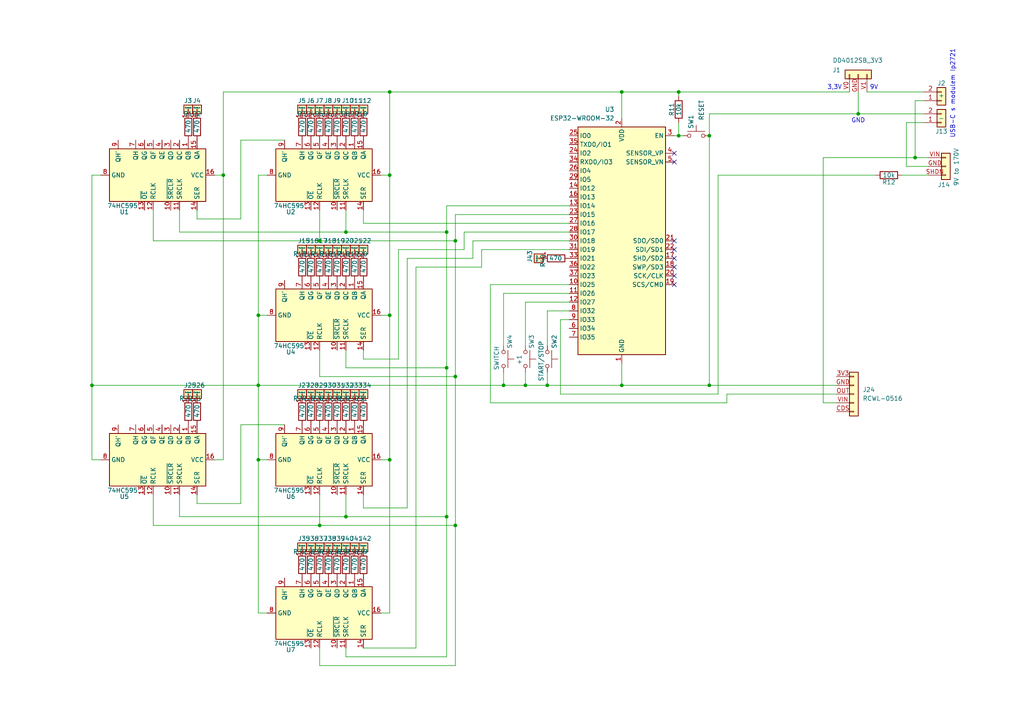
<source format=kicad_sch>
(kicad_sch (version 20250114) (generator "eeschema") (generator_version "9.0")
  (paper "A4")
  (lib_symbols
    (symbol "74xx:74HC595"
      (property "Reference" "U" (at -7.62 13.97 0))
      (property "Value" "74HC595" (at -7.62 -16.51 0))
      (symbol "74HC595_1_0"
        (pin input line (at -10.16 10.16 0) (length 2.54) (name "SER") (number "14"))
        (pin input line (at -10.16 5.08 0) (length 2.54) (name "SRCLK") (number "11"))
        (pin input line (at -10.16 2.54 0) (length 2.54) (name "~{SRCLR}") (number "10"))
        (pin input line (at -10.16 -2.54 0) (length 2.54) (name "RCLK") (number "12"))
        (pin input line (at -10.16 -5.08 0) (length 2.54) (name "~{OE}") (number "13"))
        (pin power_in line (at 0 15.24 270) (length 2.54) (name "VCC") (number "16"))
        (pin power_in line (at 0 -17.78 90) (length 2.54) (name "GND") (number "8"))
        (pin tri_state line (at 10.16 10.16 180) (length 2.54) (name "QA") (number "15"))
        (pin tri_state line (at 10.16 7.62 180) (length 2.54) (name "QB") (number "1"))
        (pin tri_state line (at 10.16 5.08 180) (length 2.54) (name "QC") (number "2"))
        (pin tri_state line (at 10.16 2.54 180) (length 2.54) (name "QD") (number "3"))
        (pin tri_state line (at 10.16 0 180) (length 2.54) (name "QE") (number "4"))
        (pin tri_state line (at 10.16 -2.54 180) (length 2.54) (name "QF") (number "5"))
        (pin tri_state line (at 10.16 -5.08 180) (length 2.54) (name "QG") (number "6"))
        (pin tri_state line (at 10.16 -7.62 180) (length 2.54) (name "QH") (number "7"))
        (pin output line (at 10.16 -12.7 180) (length 2.54) (name "QH'") (number "9"))
      )
      (symbol "74HC595_1_1"
        (rectangle (start -7.62 12.7) (end 7.62 -15.24) (stroke (width 0.254)) (fill (type background)))
      )
    )
    (symbol "Conn_01x01_1" (pin_names (offset 1.016) (hide yes))
      (property "Reference" "J6" (at 2.54 1.27 90))
      (property "Value" "Output" (at 0.508 1.016 90))
      (symbol "Conn_01x01_1_1_1"
        (rectangle (start -1.27 1.27) (end 1.27 -1.27) (stroke (width 0.254)) (fill (type background)))
        (rectangle (start -1.27 0.127) (end 0 -0.127) (stroke (width 0.1524)))
        (pin passive line (at -2.54 0 0) (length 1.27) (name "Pin_1") (number "1"))
      )
    )
    (symbol "Conn_01x03_1" (pin_names (offset 1.016) (hide yes))
      (property "Reference" "J42" (at 1.2701 -5.08 90))
      (property "Value" "DD4012SB_3V3" (at 4.064 7.112 90))
      (symbol "Conn_01x03_1_1_1"
        (rectangle (start -1.27 3.81) (end 1.27 -3.81) (stroke (width 0.254)) (fill (type background)))
        (rectangle (start -1.27 2.667) (end 0 2.413) (stroke (width 0.1524)))
        (rectangle (start -1.27 0.127) (end 0 -0.127) (stroke (width 0.1524)))
        (rectangle (start -1.27 -2.413) (end 0 -2.667) (stroke (width 0.1524)))
        (pin passive line (at -5.08 2.54 0) (length 3.81) (name "Pin_1") (number "VIN"))
        (pin passive line (at -5.08 0 0) (length 3.81) (name "Pin_2") (number "GND"))
        (pin passive line (at -5.08 -2.54 0) (length 3.81) (name "Pin_3") (number "SHDN"))
      )
    )
    (symbol "Connector_Generic:Conn_01x02" (pin_names (offset 1.016) (hide yes))
      (property "Reference" "J" (at 0 2.54 0))
      (property "Value" "Conn_01x02" (at 0 -5.08 0))
      (symbol "Conn_01x02_1_1"
        (rectangle (start -1.27 1.27) (end 1.27 -3.81) (stroke (width 0.254)) (fill (type background)))
        (rectangle (start -1.27 0.127) (end 0 -0.127) (stroke (width 0.1524)))
        (rectangle (start -1.27 -2.413) (end 0 -2.667) (stroke (width 0.1524)))
        (pin passive line (at -5.08 0 0) (length 3.81) (name "Pin_1") (number "1"))
        (pin passive line (at -5.08 -2.54 0) (length 3.81) (name "Pin_2") (number "2"))
      )
    )
    (symbol "Connector_Generic:Conn_01x03" (pin_names (offset 1.016) (hide yes))
      (property "Reference" "J2" (at 1.2701 -5.08 90))
      (property "Value" "DD4012SB_3V3" (at 4.064 7.112 90))
      (symbol "Conn_01x03_1_1"
        (rectangle (start -1.27 3.81) (end 1.27 -3.81) (stroke (width 0.254)) (fill (type background)))
        (rectangle (start -1.27 2.667) (end 0 2.413) (stroke (width 0.1524)))
        (rectangle (start -1.27 0.127) (end 0 -0.127) (stroke (width 0.1524)))
        (rectangle (start -1.27 -2.413) (end 0 -2.667) (stroke (width 0.1524)))
        (pin passive line (at -5.08 2.54 0) (length 3.81) (name "Pin_1") (number "V1"))
        (pin passive line (at -5.08 0 0) (length 3.81) (name "Pin_2") (number "GND"))
        (pin passive line (at -5.08 -2.54 0) (length 3.81) (name "Pin_3") (number "V0"))
      )
    )
    (symbol "Connector_Generic:Conn_01x05" (pin_names (offset 1.016) (hide yes))
      (property "Reference" "J24" (at 2.54 1.2701 0))
      (property "Value" "RCWL-0516" (at 2.54 -1.2699 0))
      (symbol "Conn_01x05_1_1"
        (rectangle (start -1.27 6.35) (end 1.27 -6.35) (stroke (width 0.254)) (fill (type background)))
        (rectangle (start -1.27 5.207) (end 0 4.953) (stroke (width 0.1524)))
        (rectangle (start -1.27 2.667) (end 0 2.413) (stroke (width 0.1524)))
        (rectangle (start -1.27 0.127) (end 0 -0.127) (stroke (width 0.1524)))
        (rectangle (start -1.27 -2.413) (end 0 -2.667) (stroke (width 0.1524)))
        (rectangle (start -1.27 -4.953) (end 0 -5.207) (stroke (width 0.1524)))
        (pin passive line (at -5.08 5.08 0) (length 3.81) (name "Pin_1") (number "3V3"))
        (pin passive line (at -5.08 2.54 0) (length 3.81) (name "Pin_2") (number "GND"))
        (pin passive line (at -5.08 0 0) (length 3.81) (name "Pin_3") (number "OUT"))
        (pin passive line (at -5.08 -2.54 0) (length 3.81) (name "Pin_4") (number "VIN"))
        (pin passive line (at -5.08 -5.08 0) (length 3.81) (name "Pin_5") (number "CDS"))
      )
    )
    (symbol "Device:R" (pin_numbers (hide yes)) (pin_names (offset 0))
      (property "Reference" "R" (at 2.032 0 90))
      (property "Value" "R" (at 0 0 90))
      (symbol "R_0_1"
        (rectangle (start -1.016 -2.54) (end 1.016 2.54) (stroke (width 0.254)))
      )
      (symbol "R_1_1"
        (pin passive line (at 0 3.81 270) (length 1.27) (name "~") (number "1"))
        (pin passive line (at 0 -3.81 90) (length 1.27) (name "~") (number "2"))
      )
    )
    (symbol "RF_Module:ESP32-WROOM-32"
      (property "Reference" "U" (at -12.7 34.29 0))
      (property "Value" "ESP32-WROOM-32" (at 1.27 34.29 0))
      (symbol "ESP32-WROOM-32_0_1"
        (rectangle (start -12.7 33.02) (end 12.7 -33.02) (stroke (width 0.254)) (fill (type background)))
      )
      (symbol "ESP32-WROOM-32_1_1"
        (pin input line (at -15.24 30.48 0) (length 2.54) (name "EN") (number "3"))
        (pin input line (at -15.24 25.4 0) (length 2.54) (name "SENSOR_VP") (number "4"))
        (pin input line (at -15.24 22.86 0) (length 2.54) (name "SENSOR_VN") (number "5"))
        (pin bidirectional line (at -15.24 0 0) (length 2.54) (name "SDO/SD0") (number "21"))
        (pin bidirectional line (at -15.24 -2.54 0) (length 2.54) (name "SDI/SD1") (number "22"))
        (pin bidirectional line (at -15.24 -5.08 0) (length 2.54) (name "SHD/SD2") (number "17"))
        (pin bidirectional line (at -15.24 -7.62 0) (length 2.54) (name "SWP/SD3") (number "18"))
        (pin bidirectional line (at -15.24 -10.16 0) (length 2.54) (name "SCK/CLK") (number "20"))
        (pin bidirectional line (at -15.24 -12.7 0) (length 2.54) (name "SCS/CMD") (number "19"))
        (pin no_connect line (at -12.7 -27.94 0) (length 2.54) (hide yes) (name "NC") (number "32"))
        (pin power_in line (at 0 35.56 270) (length 2.54) (name "VDD") (number "2"))
        (pin power_in line (at 0 -35.56 90) (length 2.54) (name "GND") (number "1"))
        (pin passive line (at 0 -35.56 90) (length 2.54) (hide yes) (name "GND") (number "15"))
        (pin passive line (at 0 -35.56 90) (length 2.54) (hide yes) (name "GND") (number "38"))
        (pin passive line (at 0 -35.56 90) (length 2.54) (hide yes) (name "GND") (number "39"))
        (pin bidirectional line (at 15.24 30.48 180) (length 2.54) (name "IO0") (number "25"))
        (pin bidirectional line (at 15.24 27.94 180) (length 2.54) (name "TXD0/IO1") (number "35"))
        (pin bidirectional line (at 15.24 25.4 180) (length 2.54) (name "IO2") (number "24"))
        (pin bidirectional line (at 15.24 22.86 180) (length 2.54) (name "RXD0/IO3") (number "34"))
        (pin bidirectional line (at 15.24 20.32 180) (length 2.54) (name "IO4") (number "26"))
        (pin bidirectional line (at 15.24 17.78 180) (length 2.54) (name "IO5") (number "29"))
        (pin bidirectional line (at 15.24 15.24 180) (length 2.54) (name "IO12") (number "14"))
        (pin bidirectional line (at 15.24 12.7 180) (length 2.54) (name "IO13") (number "16"))
        (pin bidirectional line (at 15.24 10.16 180) (length 2.54) (name "IO14") (number "13"))
        (pin bidirectional line (at 15.24 7.62 180) (length 2.54) (name "IO15") (number "23"))
        (pin bidirectional line (at 15.24 5.08 180) (length 2.54) (name "IO16") (number "27"))
        (pin bidirectional line (at 15.24 2.54 180) (length 2.54) (name "IO17") (number "28"))
        (pin bidirectional line (at 15.24 0 180) (length 2.54) (name "IO18") (number "30"))
        (pin bidirectional line (at 15.24 -2.54 180) (length 2.54) (name "IO19") (number "31"))
        (pin bidirectional line (at 15.24 -5.08 180) (length 2.54) (name "IO21") (number "33"))
        (pin bidirectional line (at 15.24 -7.62 180) (length 2.54) (name "IO22") (number "36"))
        (pin bidirectional line (at 15.24 -10.16 180) (length 2.54) (name "IO23") (number "37"))
        (pin bidirectional line (at 15.24 -12.7 180) (length 2.54) (name "IO25") (number "10"))
        (pin bidirectional line (at 15.24 -15.24 180) (length 2.54) (name "IO26") (number "11"))
        (pin bidirectional line (at 15.24 -17.78 180) (length 2.54) (name "IO27") (number "12"))
        (pin bidirectional line (at 15.24 -20.32 180) (length 2.54) (name "IO32") (number "8"))
        (pin bidirectional line (at 15.24 -22.86 180) (length 2.54) (name "IO33") (number "9"))
        (pin input line (at 15.24 -25.4 180) (length 2.54) (name "IO34") (number "6"))
        (pin input line (at 15.24 -27.94 180) (length 2.54) (name "IO35") (number "7"))
      )
    )
    (symbol "R_1" (pin_numbers (hide yes)) (pin_names (offset 0))
      (property "Reference" "R15" (at -1.27 3.81 0))
      (property "Value" "470" (at 0 -1.778 90))
      (symbol "R_1_0_1"
        (rectangle (start -1.016 -2.54) (end 1.016 2.54) (stroke (width 0.254)))
      )
      (symbol "R_1_1_1"
        (pin passive line (at 0 2.54 270) (length 0) (name "~") (number "1"))
        (pin passive line (at 0 -3.81 90) (length 1.27) (name "~") (number "2"))
      )
    )
    (symbol "Switch:SW_Push" (pin_numbers (hide yes)) (pin_names (offset 1.016) (hide yes))
      (property "Reference" "SW1" (at 1.524 6.096 90))
      (property "Value" "SW_Push" (at -1.524 10.414 90))
      (symbol "SW_Push_0_1"
        (circle (center -2.032 0) (radius 0.508))
        (polyline (pts (xy 0 1.27) (xy 0 3.048)))
        (circle (center 2.032 0) (radius 0.508))
        (polyline (pts (xy 2.54 1.27) (xy -2.54 1.27)))
      )
      (symbol "SW_Push_1_1"
        (pin passive line (at -3.81 0 0) (length 1.27) (name "1") (number "1"))
        (pin passive line (at 3.81 0 180) (length 1.27) (name "2") (number "2"))
      )
    )
  )
  (text "9V" (at 253.492 25.4 0) (effects (font (size 1.27 1.27))))
  (text "3,3V" (at 242.062 25.4 0) (effects (font (size 1.27 1.27))))
  (text "GND" (at 248.92 35.052 0) (effects (font (size 1.27 1.27))))
  (text "USB-C s modulem Ip2721" (at 276.352 27.178 90) (effects (font (size 1.27 1.27))))
  (junction (at 265.43 45.72))
  (junction (at 196.85 26.67))
  (junction (at 74.93 111.76))
  (junction (at 92.71 69.85))
  (junction (at 100.33 67.31))
  (junction (at 180.34 111.76))
  (junction (at 180.34 26.67))
  (junction (at 113.03 133.35))
  (junction (at 132.08 109.22))
  (junction (at 248.92 33.02))
  (junction (at 74.93 91.44))
  (junction (at 158.75 111.76))
  (junction (at 152.4 111.76))
  (junction (at 132.08 152.4))
  (junction (at 205.74 39.37))
  (junction (at 205.74 111.76))
  (junction (at 129.54 106.68))
  (junction (at 129.54 67.31))
  (junction (at 113.03 26.67))
  (junction (at 113.03 91.44))
  (junction (at 64.77 50.8))
  (junction (at 100.33 149.86))
  (junction (at 146.05 111.76))
  (junction (at 196.85 39.37))
  (junction (at 129.54 149.86))
  (junction (at 26.67 111.76))
  (junction (at 132.08 69.85))
  (junction (at 74.93 133.35))
  (junction (at 92.71 152.4))
  (junction (at 113.03 50.8))
  (no_connect (at 195.58 72.39))
  (no_connect (at 195.58 74.93))
  (no_connect (at -800.1 -491.49))
  (no_connect (at 195.58 77.47))
  (no_connect (at 195.58 69.85))
  (no_connect (at -1386.84 -1120.14))
  (no_connect (at 195.58 44.45))
  (no_connect (at 195.58 46.99))
  (no_connect (at 195.58 82.55))
  (no_connect (at 195.58 80.01))
  (wire (pts (xy 208.28 50.8) (xy 208.28 114.3)))
  (wire (pts (xy 69.85 40.64) (xy 69.85 63.5)))
  (wire (pts (xy 152.4 111.76) (xy 158.75 111.76)))
  (wire (pts (xy 246.38 26.67) (xy 196.85 26.67)))
  (wire (pts (xy 115.57 104.14) (xy 105.41 104.14)))
  (wire (pts (xy 162.56 92.71) (xy 162.56 114.3)))
  (wire (pts (xy 165.1 64.77) (xy 105.41 64.77)))
  (wire (pts (xy 205.74 33.02) (xy 205.74 39.37)))
  (wire (pts (xy 165.1 90.17) (xy 158.75 90.17)))
  (wire (pts (xy 208.28 114.3) (xy 162.56 114.3)))
  (wire (pts (xy 113.03 26.67) (xy 180.34 26.67)))
  (wire (pts (xy 77.47 177.8) (xy 74.93 177.8)))
  (wire (pts (xy 74.93 133.35) (xy 74.93 177.8)))
  (wire (pts (xy 120.65 77.47) (xy 139.7 77.47)))
  (wire (pts (xy 142.24 82.55) (xy 142.24 116.84)))
  (wire (pts (xy 129.54 190.5) (xy 129.54 149.86)))
  (wire (pts (xy 152.4 107.95) (xy 152.4 111.76)))
  (wire (pts (xy 134.62 67.31) (xy 134.62 72.39)))
  (wire (pts (xy 64.77 26.67) (xy 64.77 50.8)))
  (wire (pts (xy 210.82 114.3) (xy 242.57 114.3)))
  (wire (pts (xy 129.54 67.31) (xy 129.54 106.68)))
  (wire (pts (xy 129.54 106.68) (xy 100.33 106.68)))
  (wire (pts (xy 165.1 59.69) (xy 129.54 59.69)))
  (wire (pts (xy 242.57 116.84) (xy 238.76 116.84)))
  (wire (pts (xy 26.67 111.76) (xy 74.93 111.76)))
  (wire (pts (xy 248.92 33.02) (xy 205.74 33.02)))
  (wire (pts (xy 110.49 133.35) (xy 113.03 133.35)))
  (wire (pts (xy 82.55 40.64) (xy 69.85 40.64)))
  (wire (pts (xy 110.49 177.8) (xy 113.03 177.8)))
  (wire (pts (xy 100.33 190.5) (xy 129.54 190.5)))
  (wire (pts (xy 152.4 100.33) (xy 152.4 87.63)))
  (wire (pts (xy 113.03 26.67) (xy 113.03 50.8)))
  (wire (pts (xy 195.58 39.37) (xy 196.85 39.37)))
  (wire (pts (xy 238.76 116.84) (xy 238.76 45.72)))
  (wire (pts (xy 64.77 50.8) (xy 62.23 50.8)))
  (wire (pts (xy 146.05 85.09) (xy 146.05 100.33)))
  (wire (pts (xy 129.54 67.31) (xy 100.33 67.31)))
  (wire (pts (xy 57.15 63.5) (xy 57.15 60.96)))
  (wire (pts (xy 74.93 111.76) (xy 74.93 133.35)))
  (wire (pts (xy 105.41 101.6) (xy 105.41 104.14)))
  (wire (pts (xy 142.24 116.84) (xy 210.82 116.84)))
  (wire (pts (xy 129.54 149.86) (xy 100.33 149.86)))
  (wire (pts (xy 158.75 90.17) (xy 158.75 100.33)))
  (wire (pts (xy 115.57 72.39) (xy 115.57 104.14)))
  (wire (pts (xy 180.34 26.67) (xy 180.34 34.29)))
  (wire (pts (xy 146.05 111.76) (xy 152.4 111.76)))
  (wire (pts (xy 113.03 50.8) (xy 113.03 91.44)))
  (wire (pts (xy 64.77 50.8) (xy 64.77 133.35)))
  (wire (pts (xy 165.1 67.31) (xy 134.62 67.31)))
  (wire (pts (xy 57.15 146.05) (xy 69.85 146.05)))
  (wire (pts (xy 180.34 111.76) (xy 180.34 105.41)))
  (wire (pts (xy 120.65 187.96) (xy 120.65 77.47)))
  (wire (pts (xy 92.71 69.85) (xy 44.45 69.85)))
  (wire (pts (xy 100.33 143.51) (xy 100.33 149.86)))
  (wire (pts (xy 129.54 59.69) (xy 129.54 67.31)))
  (wire (pts (xy 165.1 85.09) (xy 146.05 85.09)))
  (wire (pts (xy 29.21 133.35) (xy 26.67 133.35)))
  (wire (pts (xy 92.71 187.96) (xy 92.71 193.04)))
  (wire (pts (xy 210.82 116.84) (xy 210.82 114.3)))
  (wire (pts (xy 118.11 74.93) (xy 137.16 74.93)))
  (wire (pts (xy 74.93 111.76) (xy 146.05 111.76)))
  (wire (pts (xy 52.07 149.86) (xy 100.33 149.86)))
  (wire (pts (xy 69.85 63.5) (xy 57.15 63.5)))
  (wire (pts (xy 44.45 69.85) (xy 44.45 60.96)))
  (wire (pts (xy 69.85 123.19) (xy 69.85 146.05)))
  (wire (pts (xy 100.33 67.31) (xy 52.07 67.31)))
  (wire (pts (xy 92.71 60.96) (xy 92.71 69.85)))
  (wire (pts (xy 248.92 26.67) (xy 248.92 33.02)))
  (wire (pts (xy 251.46 26.67) (xy 267.97 26.67)))
  (wire (pts (xy 74.93 91.44) (xy 77.47 91.44)))
  (wire (pts (xy 105.41 187.96) (xy 120.65 187.96)))
  (wire (pts (xy 113.03 91.44) (xy 113.03 133.35)))
  (wire (pts (xy 74.93 50.8) (xy 74.93 91.44)))
  (wire (pts (xy 132.08 69.85) (xy 132.08 109.22)))
  (wire (pts (xy 118.11 147.32) (xy 118.11 74.93)))
  (wire (pts (xy 142.24 82.55) (xy 165.1 82.55)))
  (wire (pts (xy 74.93 91.44) (xy 74.93 111.76)))
  (wire (pts (xy 248.92 33.02) (xy 267.97 33.02)))
  (wire (pts (xy 82.55 123.19) (xy 69.85 123.19)))
  (wire (pts (xy 113.03 26.67) (xy 64.77 26.67)))
  (wire (pts (xy 132.08 109.22) (xy 92.71 109.22)))
  (wire (pts (xy 196.85 26.67) (xy 196.85 27.94)))
  (wire (pts (xy 196.85 39.37) (xy 198.12 39.37)))
  (wire (pts (xy 242.57 111.76) (xy 205.74 111.76)))
  (wire (pts (xy 139.7 72.39) (xy 139.7 77.47)))
  (wire (pts (xy 44.45 152.4) (xy 92.71 152.4)))
  (wire (pts (xy 105.41 60.96) (xy 105.41 64.77)))
  (wire (pts (xy 269.24 48.26) (xy 262.89 48.26)))
  (wire (pts (xy 64.77 133.35) (xy 62.23 133.35)))
  (wire (pts (xy 269.24 50.8) (xy 261.62 50.8)))
  (wire (pts (xy 165.1 62.23) (xy 132.08 62.23)))
  (wire (pts (xy 132.08 62.23) (xy 132.08 69.85)))
  (wire (pts (xy 100.33 187.96) (xy 100.33 190.5)))
  (wire (pts (xy 165.1 92.71) (xy 162.56 92.71)))
  (wire (pts (xy 137.16 69.85) (xy 137.16 74.93)))
  (wire (pts (xy 26.67 133.35) (xy 26.67 111.76)))
  (wire (pts (xy 26.67 50.8) (xy 29.21 50.8)))
  (wire (pts (xy 134.62 72.39) (xy 115.57 72.39)))
  (wire (pts (xy 92.71 152.4) (xy 132.08 152.4)))
  (wire (pts (xy 100.33 60.96) (xy 100.33 67.31)))
  (wire (pts (xy 262.89 35.56) (xy 262.89 48.26)))
  (wire (pts (xy 52.07 149.86) (xy 52.07 143.51)))
  (wire (pts (xy 92.71 143.51) (xy 92.71 152.4)))
  (wire (pts (xy 74.93 133.35) (xy 77.47 133.35)))
  (wire (pts (xy 44.45 152.4) (xy 44.45 143.51)))
  (wire (pts (xy 129.54 106.68) (xy 129.54 149.86)))
  (wire (pts (xy 265.43 29.21) (xy 265.43 45.72)))
  (wire (pts (xy 158.75 107.95) (xy 158.75 111.76)))
  (wire (pts (xy 113.03 133.35) (xy 113.03 177.8)))
  (wire (pts (xy 26.67 50.8) (xy 26.67 111.76)))
  (wire (pts (xy 105.41 143.51) (xy 105.41 147.32)))
  (wire (pts (xy 165.1 69.85) (xy 137.16 69.85)))
  (wire (pts (xy 196.85 35.56) (xy 196.85 39.37)))
  (wire (pts (xy 152.4 87.63) (xy 165.1 87.63)))
  (wire (pts (xy 146.05 107.95) (xy 146.05 111.76)))
  (wire (pts (xy 205.74 39.37) (xy 205.74 111.76)))
  (wire (pts (xy 74.93 50.8) (xy 77.47 50.8)))
  (wire (pts (xy 52.07 67.31) (xy 52.07 60.96)))
  (wire (pts (xy 57.15 146.05) (xy 57.15 143.51)))
  (wire (pts (xy 132.08 193.04) (xy 132.08 152.4)))
  (wire (pts (xy 267.97 35.56) (xy 262.89 35.56)))
  (wire (pts (xy 180.34 26.67) (xy 196.85 26.67)))
  (wire (pts (xy 110.49 50.8) (xy 113.03 50.8)))
  (wire (pts (xy 132.08 69.85) (xy 92.71 69.85)))
  (wire (pts (xy 105.41 147.32) (xy 118.11 147.32)))
  (wire (pts (xy 92.71 101.6) (xy 92.71 109.22)))
  (wire (pts (xy 132.08 152.4) (xy 132.08 109.22)))
  (wire (pts (xy 165.1 72.39) (xy 139.7 72.39)))
  (wire (pts (xy 100.33 101.6) (xy 100.33 106.68)))
  (wire (pts (xy 265.43 29.21) (xy 267.97 29.21)))
  (wire (pts (xy 113.03 91.44) (xy 110.49 91.44)))
  (wire (pts (xy 254 50.8) (xy 208.28 50.8)))
  (wire (pts (xy 158.75 111.76) (xy 180.34 111.76)))
  (wire (pts (xy 180.34 111.76) (xy 205.74 111.76)))
  (wire (pts (xy 238.76 45.72) (xy 265.43 45.72)))
  (wire (pts (xy 265.43 45.72) (xy 269.24 45.72)))
  (wire (pts (xy 92.71 193.04) (xy 132.08 193.04)))
  (symbol (lib_name "Conn_01x01_1") (lib_id "Connector_Generic:Conn_01x01") (at 97.79 158.75 90) (unit 1)
    (property "Reference" "J39" (at 96.52 156.21 90) (effects (justify right)))
    (property "Value" "Output" (at 96.774 158.242 90) (effects (font (size 0.381 0.381)) (justify right)))
    (property "Description" "Generic connector, single row, 01x01, script generated (kicad-library-utils/schlib/autogen/connector/)" (effects (hide yes)))
  )
  (symbol (lib_name "R_1") (lib_id "Device:R") (at 57.15 119.38 0) (mirror y) (unit 1)
    (property "Reference" "R23" (at 58.42 115.57 0) (effects (justify left)))
    (property "Value" "470" (at 57.15 121.158 90) (effects (justify left)))
    (property "Description" "Resistor" (effects (hide yes)))
  )
  (symbol (lib_name "R_1") (lib_id "Device:R") (at 97.79 36.83 0) (mirror y) (unit 1)
    (property "Reference" "R7" (at 99.06 33.02 0) (effects (justify left)))
    (property "Value" "470" (at 97.79 38.608 90) (effects (justify left)))
    (property "Description" "Resistor" (effects (hide yes)))
  )
  (symbol (lib_name "Conn_01x01_1") (lib_id "Connector_Generic:Conn_01x01") (at 100.33 158.75 90) (unit 1)
    (property "Reference" "J40" (at 99.06 156.21 90) (effects (justify right)))
    (property "Value" "Output" (at 99.314 158.242 90) (effects (font (size 0.381 0.381)) (justify right)))
    (property "Description" "Generic connector, single row, 01x01, script generated (kicad-library-utils/schlib/autogen/connector/)" (effects (hide yes)))
  )
  (symbol (lib_id "74xx:74HC595") (at 95.25 133.35 270) (mirror x) (unit 1)
    (property "Reference" "U6" (at 84.328 144.018 90))
    (property "Value" "74HC595" (at 83.82 142.24 90))
    (property "Datasheet" "http://www.ti.com/lit/ds/symlink/sn74hc595.pdf" (effects (hide yes)))
    (property "Description" "8-bit serial in/out Shift Register 3-State Outputs" (effects (hide yes)))
  )
  (symbol (lib_name "Conn_01x01_1") (lib_id "Connector_Generic:Conn_01x01") (at 95.25 31.75 90) (unit 1)
    (property "Reference" "J8" (at 93.98 29.21 90) (effects (justify right)))
    (property "Value" "Output" (at 94.234 31.242 90) (effects (font (size 0.381 0.381)) (justify right)))
    (property "Description" "Generic connector, single row, 01x01, script generated (kicad-library-utils/schlib/autogen/connector/)" (effects (hide yes)))
  )
  (symbol (lib_name "Conn_01x01_1") (lib_id "Connector_Generic:Conn_01x01") (at 102.87 31.75 90) (unit 1)
    (property "Reference" "J11" (at 101.6 29.21 90) (effects (justify right)))
    (property "Value" "Output" (at 101.854 31.242 90) (effects (font (size 0.381 0.381)) (justify right)))
    (property "Description" "Generic connector, single row, 01x01, script generated (kicad-library-utils/schlib/autogen/connector/)" (effects (hide yes)))
  )
  (symbol (lib_name "R_1") (lib_id "Device:R") (at 54.61 119.38 0) (mirror y) (unit 1)
    (property "Reference" "R22" (at 55.88 115.57 0) (effects (justify left)))
    (property "Value" "470" (at 54.61 121.158 90) (effects (justify left)))
    (property "Description" "Resistor" (effects (hide yes)))
  )
  (symbol (lib_name "R_1") (lib_id "Device:R") (at 90.17 77.47 0) (mirror y) (unit 1)
    (property "Reference" "R14" (at 91.44 73.66 0) (effects (justify left)))
    (property "Value" "470" (at 90.17 79.248 90) (effects (justify left)))
    (property "Description" "Resistor" (effects (hide yes)))
  )
  (symbol (lib_name "R_1") (lib_id "Device:R") (at 105.41 77.47 0) (mirror y) (unit 1)
    (property "Reference" "R20" (at 106.68 73.66 0) (effects (justify left)))
    (property "Value" "470" (at 105.41 79.248 90) (effects (justify left)))
    (property "Description" "Resistor" (effects (hide yes)))
  )
  (symbol (lib_name "R_1") (lib_id "Device:R") (at 92.71 77.47 0) (mirror y) (unit 1)
    (property "Reference" "R15" (at 93.98 73.66 0) (effects (justify left)))
    (property "Value" "470" (at 92.71 79.248 90) (effects (justify left)))
    (property "Description" "Resistor" (effects (hide yes)))
  )
  (symbol (lib_name "Conn_01x03_1") (lib_id "Connector_Generic:Conn_01x03") (at 274.32 48.26 0) (unit 1)
    (property "Reference" "J14" (at 275.59 53.594 0) (effects (justify right)))
    (property "Value" "9V to 170V" (at 277.368 42.926 90) (effects (justify right)))
    (property "Description" "Generic connector, single row, 01x03, script generated (kicad-library-utils/schlib/autogen/connector/)" (effects (hide yes)))
  )
  (symbol (lib_name "Conn_01x01_1") (lib_id "Connector_Generic:Conn_01x01") (at 100.33 72.39 90) (unit 1)
    (property "Reference" "J20" (at 99.06 69.85 90) (effects (justify right)))
    (property "Value" "Output" (at 99.314 71.882 90) (effects (font (size 0.381 0.381)) (justify right)))
    (property "Description" "Generic connector, single row, 01x01, script generated (kicad-library-utils/schlib/autogen/connector/)" (effects (hide yes)))
  )
  (symbol (lib_name "Conn_01x01_1") (lib_id "Connector_Generic:Conn_01x01") (at 92.71 114.3 90) (unit 1)
    (property "Reference" "J29" (at 91.44 111.76 90) (effects (justify right)))
    (property "Value" "Output" (at 91.694 113.792 90) (effects (font (size 0.381 0.381)) (justify right)))
    (property "Description" "Generic connector, single row, 01x01, script generated (kicad-library-utils/schlib/autogen/connector/)" (effects (hide yes)))
  )
  (symbol (lib_id "Connector_Generic:Conn_01x05") (at 247.65 114.3 0) (unit 1)
    (property "Reference" "J24" (at 250.19 113.0299 0) (effects (justify left)))
    (property "Value" "RCWL-0516" (at 250.19 115.5699 0) (effects (justify left)))
    (property "Description" "Generic connector, single row, 01x05, script generated (kicad-library-utils/schlib/autogen/connector/)" (effects (hide yes)))
  )
  (symbol (lib_name "R_1") (lib_id "Device:R") (at 97.79 163.83 0) (mirror y) (unit 1)
    (property "Reference" "R36" (at 99.06 160.02 0) (effects (justify left)))
    (property "Value" "470" (at 97.79 165.608 90) (effects (justify left)))
    (property "Description" "Resistor" (effects (hide yes)))
  )
  (symbol (lib_id "74xx:74HC595") (at 46.99 133.35 270) (mirror x) (unit 1)
    (property "Reference" "U5" (at 36.068 144.018 90))
    (property "Value" "74HC595" (at 35.56 142.24 90))
    (property "Datasheet" "http://www.ti.com/lit/ds/symlink/sn74hc595.pdf" (effects (hide yes)))
    (property "Description" "8-bit serial in/out Shift Register 3-State Outputs" (effects (hide yes)))
  )
  (symbol (lib_name "Conn_01x01_1") (lib_id "Connector_Generic:Conn_01x01") (at 105.41 31.75 90) (unit 1)
    (property "Reference" "J12" (at 104.14 29.21 90) (effects (justify right)))
    (property "Value" "Output" (at 104.394 31.242 90) (effects (font (size 0.381 0.381)) (justify right)))
    (property "Description" "Generic connector, single row, 01x01, script generated (kicad-library-utils/schlib/autogen/connector/)" (effects (hide yes)))
  )
  (symbol (lib_id "Switch:SW_Push") (at 146.05 104.14 270) (mirror x) (unit 1)
    (property "Reference" "SW4" (at 147.828 97.028 0) (effects (justify right)))
    (property "Value" "SWITCH" (at 144.018 100.33 0) (effects (justify right)))
    (property "Description" "Push button switch, generic, two pins" (effects (hide yes)))
  )
  (symbol (lib_name "Conn_01x01_1") (lib_id "Connector_Generic:Conn_01x01") (at 97.79 31.75 90) (unit 1)
    (property "Reference" "J9" (at 96.52 29.21 90) (effects (justify right)))
    (property "Value" "Output" (at 96.774 31.242 90) (effects (font (size 0.381 0.381)) (justify right)))
    (property "Description" "Generic connector, single row, 01x01, script generated (kicad-library-utils/schlib/autogen/connector/)" (effects (hide yes)))
  )
  (symbol (lib_name "Conn_01x01_1") (lib_id "Connector_Generic:Conn_01x01") (at 95.25 72.39 90) (unit 1)
    (property "Reference" "J18" (at 93.98 69.85 90) (effects (justify right)))
    (property "Value" "Output" (at 94.234 71.882 90) (effects (font (size 0.381 0.381)) (justify right)))
    (property "Description" "Generic connector, single row, 01x01, script generated (kicad-library-utils/schlib/autogen/connector/)" (effects (hide yes)))
  )
  (symbol (lib_name "Conn_01x01_1") (lib_id "Connector_Generic:Conn_01x01") (at 100.33 114.3 90) (unit 1)
    (property "Reference" "J32" (at 99.06 111.76 90) (effects (justify right)))
    (property "Value" "Output" (at 99.314 113.792 90) (effects (font (size 0.381 0.381)) (justify right)))
    (property "Description" "Generic connector, single row, 01x01, script generated (kicad-library-utils/schlib/autogen/connector/)" (effects (hide yes)))
  )
  (symbol (lib_id "RF_Module:ESP32-WROOM-32") (at 180.34 69.85 0) (mirror y) (unit 1)
    (property "Reference" "U3" (at 178.1967 31.75 0) (effects (justify left)))
    (property "Value" "ESP32-WROOM-32" (at 178.1967 34.29 0) (effects (justify left)))
    (property "Footprint" "RF_Module:ESP32-WROOM-32" (effects (hide yes)))
    (property "Datasheet" "https://www.espressif.com/sites/default/files/documentation/esp32-wroom-32_datasheet_en.pdf" (effects (hide yes)))
    (property "Description" "RF Module, ESP32-D0WDQ6 SoC, Wi-Fi 802.11b/g/n, Bluetooth, BLE, 32-bit, 2.7-3.6V, onboard antenna, SMD" (effects (hide yes)))
  )
  (symbol (lib_name "R_1") (lib_id "Device:R") (at 105.41 119.38 0) (mirror y) (unit 1)
    (property "Reference" "R31" (at 106.68 115.57 0) (effects (justify left)))
    (property "Value" "470" (at 105.41 121.158 90) (effects (justify left)))
    (property "Description" "Resistor" (effects (hide yes)))
  )
  (symbol (lib_name "R_1") (lib_id "Device:R") (at 97.79 77.47 0) (mirror y) (unit 1)
    (property "Reference" "R17" (at 99.06 73.66 0) (effects (justify left)))
    (property "Value" "470" (at 97.79 79.248 90) (effects (justify left)))
    (property "Description" "Resistor" (effects (hide yes)))
  )
  (symbol (lib_id "74xx:74HC595") (at 95.25 91.44 270) (mirror x) (unit 1)
    (property "Reference" "U4" (at 84.328 102.108 90))
    (property "Value" "74HC595" (at 83.82 100.33 90))
    (property "Datasheet" "http://www.ti.com/lit/ds/symlink/sn74hc595.pdf" (effects (hide yes)))
    (property "Description" "8-bit serial in/out Shift Register 3-State Outputs" (effects (hide yes)))
  )
  (symbol (lib_name "R_1") (lib_id "Device:R") (at 95.25 77.47 0) (mirror y) (unit 1)
    (property "Reference" "R16" (at 96.52 73.66 0) (effects (justify left)))
    (property "Value" "470" (at 95.25 79.248 90) (effects (justify left)))
    (property "Description" "Resistor" (effects (hide yes)))
  )
  (symbol (lib_name "R_1") (lib_id "Device:R") (at 90.17 119.38 0) (mirror y) (unit 1)
    (property "Reference" "R25" (at 91.44 115.57 0) (effects (justify left)))
    (property "Value" "470" (at 90.17 121.158 90) (effects (justify left)))
    (property "Description" "Resistor" (effects (hide yes)))
  )
  (symbol (lib_id "Switch:SW_Push") (at 158.75 104.14 270) (mirror x) (unit 1)
    (property "Reference" "SW2" (at 160.782 97.028 0) (effects (justify right)))
    (property "Value" "START/STOP" (at 156.972 98.806 0) (effects (justify right)))
    (property "Description" "Push button switch, generic, two pins" (effects (hide yes)))
  )
  (symbol (lib_id "74xx:74HC595") (at 95.25 177.8 270) (mirror x) (unit 1)
    (property "Reference" "U7" (at 84.328 188.468 90))
    (property "Value" "74HC595" (at 83.82 186.69 90))
    (property "Datasheet" "http://www.ti.com/lit/ds/symlink/sn74hc595.pdf" (effects (hide yes)))
    (property "Description" "8-bit serial in/out Shift Register 3-State Outputs" (effects (hide yes)))
  )
  (symbol (lib_name "R_1") (lib_id "Device:R") (at 100.33 77.47 0) (mirror y) (unit 1)
    (property "Reference" "R18" (at 101.6 73.66 0) (effects (justify left)))
    (property "Value" "470" (at 100.33 79.248 90) (effects (justify left)))
    (property "Description" "Resistor" (effects (hide yes)))
  )
  (symbol (lib_name "Conn_01x01_1") (lib_id "Connector_Generic:Conn_01x01") (at 90.17 31.75 90) (unit 1)
    (property "Reference" "J6" (at 88.9 29.21 90) (effects (justify right)))
    (property "Value" "Output" (at 89.154 31.242 90) (effects (font (size 0.381 0.381)) (justify right)))
    (property "Description" "Generic connector, single row, 01x01, script generated (kicad-library-utils/schlib/autogen/connector/)" (effects (hide yes)))
  )
  (symbol (lib_name "R_1") (lib_id "Device:R") (at 102.87 163.83 0) (mirror y) (unit 1)
    (property "Reference" "R38" (at 104.14 160.02 0) (effects (justify left)))
    (property "Value" "470" (at 102.87 165.608 90) (effects (justify left)))
    (property "Description" "Resistor" (effects (hide yes)))
  )
  (symbol (lib_name "Conn_01x01_1") (lib_id "Connector_Generic:Conn_01x01") (at 92.71 72.39 90) (unit 1)
    (property "Reference" "J17" (at 91.44 69.85 90) (effects (justify right)))
    (property "Value" "Output" (at 91.694 71.882 90) (effects (font (size 0.381 0.381)) (justify right)))
    (property "Description" "Generic connector, single row, 01x01, script generated (kicad-library-utils/schlib/autogen/connector/)" (effects (hide yes)))
  )
  (symbol (lib_id "Switch:SW_Push") (at 152.4 104.14 270) (mirror x) (unit 1)
    (property "Reference" "SW3" (at 154.178 97.028 0) (effects (justify right)))
    (property "Value" "+1" (at 150.622 102.87 0) (effects (justify right)))
    (property "Description" "Push button switch, generic, two pins" (effects (hide yes)))
  )
  (symbol (lib_name "Conn_01x01_1") (lib_id "Connector_Generic:Conn_01x01") (at 95.25 114.3 90) (unit 1)
    (property "Reference" "J30" (at 93.98 111.76 90) (effects (justify right)))
    (property "Value" "Output" (at 94.234 113.792 90) (effects (font (size 0.381 0.381)) (justify right)))
    (property "Description" "Generic connector, single row, 01x01, script generated (kicad-library-utils/schlib/autogen/connector/)" (effects (hide yes)))
  )
  (symbol (lib_name "Conn_01x01_1") (lib_id "Connector_Generic:Conn_01x01") (at 105.41 72.39 90) (unit 1)
    (property "Reference" "J22" (at 104.14 69.85 90) (effects (justify right)))
    (property "Value" "Output" (at 104.394 71.882 90) (effects (font (size 0.381 0.381)) (justify right)))
    (property "Description" "Generic connector, single row, 01x01, script generated (kicad-library-utils/schlib/autogen/connector/)" (effects (hide yes)))
  )
  (symbol (lib_name "R_1") (lib_id "Device:R") (at 105.41 163.83 0) (mirror y) (unit 1)
    (property "Reference" "R39" (at 106.68 160.02 0) (effects (justify left)))
    (property "Value" "470" (at 105.41 165.608 90) (effects (justify left)))
    (property "Description" "Resistor" (effects (hide yes)))
  )
  (symbol (lib_id "Connector_Generic:Conn_01x02") (at 273.05 35.56 0) (mirror x) (unit 1)
    (property "Reference" "J13" (at 273.05 38.1 0))
    (property "Value" "-" (at 273.05 34.29 0))
    (property "Description" "Generic connector, single row, 01x02, script generated (kicad-library-utils/schlib/autogen/connector/)" (effects (hide yes)))
  )
  (symbol (lib_name "R_1") (lib_id "Device:R") (at 95.25 163.83 0) (mirror y) (unit 1)
    (property "Reference" "R35" (at 96.52 160.02 0) (effects (justify left)))
    (property "Value" "470" (at 95.25 165.608 90) (effects (justify left)))
    (property "Description" "Resistor" (effects (hide yes)))
  )
  (symbol (lib_id "Device:R") (at 257.81 50.8 90) (mirror x) (unit 1)
    (property "Reference" "R12" (at 257.81 52.832 90))
    (property "Value" "10k" (at 257.81 50.8 90))
    (property "Description" "Resistor" (effects (hide yes)))
  )
  (symbol (lib_name "Conn_01x01_1") (lib_id "Connector_Generic:Conn_01x01") (at 102.87 114.3 90) (unit 1)
    (property "Reference" "J33" (at 101.6 111.76 90) (effects (justify right)))
    (property "Value" "Output" (at 101.854 113.792 90) (effects (font (size 0.381 0.381)) (justify right)))
    (property "Description" "Generic connector, single row, 01x01, script generated (kicad-library-utils/schlib/autogen/connector/)" (effects (hide yes)))
  )
  (symbol (lib_name "R_1") (lib_id "Device:R") (at 87.63 77.47 0) (mirror y) (unit 1)
    (property "Reference" "R13" (at 88.9 73.66 0) (effects (justify left)))
    (property "Value" "470" (at 87.63 79.248 90) (effects (justify left)))
    (property "Description" "Resistor" (effects (hide yes)))
  )
  (symbol (lib_name "Conn_01x01_1") (lib_id "Connector_Generic:Conn_01x01") (at 54.61 114.3 90) (unit 1)
    (property "Reference" "J25" (at 53.34 111.76 90) (effects (justify right)))
    (property "Value" "Output" (at 53.594 113.792 90) (effects (font (size 0.381 0.381)) (justify right)))
    (property "Description" "Generic connector, single row, 01x01, script generated (kicad-library-utils/schlib/autogen/connector/)" (effects (hide yes)))
  )
  (symbol (lib_name "R_1") (lib_id "Device:R") (at 87.63 163.83 0) (mirror y) (unit 1)
    (property "Reference" "R32" (at 88.9 160.02 0) (effects (justify left)))
    (property "Value" "470" (at 87.63 165.608 90) (effects (justify left)))
    (property "Description" "Resistor" (effects (hide yes)))
  )
  (symbol (lib_name "R_1") (lib_id "Device:R") (at 87.63 119.38 0) (mirror y) (unit 1)
    (property "Reference" "R24" (at 88.9 115.57 0) (effects (justify left)))
    (property "Value" "470" (at 87.63 121.158 90) (effects (justify left)))
    (property "Description" "Resistor" (effects (hide yes)))
  )
  (symbol (lib_name "Conn_01x01_1") (lib_id "Connector_Generic:Conn_01x01") (at 105.41 158.75 90) (unit 1)
    (property "Reference" "J42" (at 104.14 156.21 90) (effects (justify right)))
    (property "Value" "Output" (at 104.394 158.242 90) (effects (font (size 0.381 0.381)) (justify right)))
    (property "Description" "Generic connector, single row, 01x01, script generated (kicad-library-utils/schlib/autogen/connector/)" (effects (hide yes)))
  )
  (symbol (lib_id "Device:R") (at 196.85 31.75 0) (mirror y) (unit 1)
    (property "Reference" "R11" (at 194.818 31.75 90))
    (property "Value" "10k" (at 196.85 31.75 90))
    (property "Description" "Resistor" (effects (hide yes)))
  )
  (symbol (lib_name "Conn_01x01_1") (lib_id "Connector_Generic:Conn_01x01") (at 90.17 114.3 90) (unit 1)
    (property "Reference" "J28" (at 88.9 111.76 90) (effects (justify right)))
    (property "Value" "Output" (at 89.154 113.792 90) (effects (font (size 0.381 0.381)) (justify right)))
    (property "Description" "Generic connector, single row, 01x01, script generated (kicad-library-utils/schlib/autogen/connector/)" (effects (hide yes)))
  )
  (symbol (lib_name "Conn_01x01_1") (lib_id "Connector_Generic:Conn_01x01") (at 102.87 158.75 90) (unit 1)
    (property "Reference" "J41" (at 101.6 156.21 90) (effects (justify right)))
    (property "Value" "Output" (at 101.854 158.242 90) (effects (font (size 0.381 0.381)) (justify right)))
    (property "Description" "Generic connector, single row, 01x01, script generated (kicad-library-utils/schlib/autogen/connector/)" (effects (hide yes)))
  )
  (symbol (lib_name "Conn_01x01_1") (lib_id "Connector_Generic:Conn_01x01") (at 87.63 114.3 90) (unit 1)
    (property "Reference" "J27" (at 86.36 111.76 90) (effects (justify right)))
    (property "Value" "Output" (at 86.614 113.792 90) (effects (font (size 0.381 0.381)) (justify right)))
    (property "Description" "Generic connector, single row, 01x01, script generated (kicad-library-utils/schlib/autogen/connector/)" (effects (hide yes)))
  )
  (symbol (lib_name "Conn_01x01_1") (lib_id "Connector_Generic:Conn_01x01") (at 100.33 31.75 90) (unit 1)
    (property "Reference" "J10" (at 99.06 29.21 90) (effects (justify right)))
    (property "Value" "Output" (at 99.314 31.242 90) (effects (font (size 0.381 0.381)) (justify right)))
    (property "Description" "Generic connector, single row, 01x01, script generated (kicad-library-utils/schlib/autogen/connector/)" (effects (hide yes)))
  )
  (symbol (lib_name "R_1") (lib_id "Device:R") (at 90.17 163.83 0) (mirror y) (unit 1)
    (property "Reference" "R33" (at 91.44 160.02 0) (effects (justify left)))
    (property "Value" "470" (at 90.17 165.608 90) (effects (justify left)))
    (property "Description" "Resistor" (effects (hide yes)))
  )
  (symbol (lib_name "R_1") (lib_id "Device:R") (at 100.33 36.83 0) (mirror y) (unit 1)
    (property "Reference" "R8" (at 101.6 33.02 0) (effects (justify left)))
    (property "Value" "470" (at 100.33 38.608 90) (effects (justify left)))
    (property "Description" "Resistor" (effects (hide yes)))
  )
  (symbol (lib_name "R_1") (lib_id "Device:R") (at 102.87 119.38 0) (mirror y) (unit 1)
    (property "Reference" "R30" (at 104.14 115.57 0) (effects (justify left)))
    (property "Value" "470" (at 102.87 121.158 90) (effects (justify left)))
    (property "Description" "Resistor" (effects (hide yes)))
  )
  (symbol (lib_id "Connector_Generic:Conn_01x02") (at 273.05 29.21 0) (mirror x) (unit 1)
    (property "Reference" "J2" (at 273.05 24.13 0))
    (property "Value" "+" (at 273.05 27.686 0))
    (property "Description" "Generic connector, single row, 01x02, script generated (kicad-library-utils/schlib/autogen/connector/)" (effects (hide yes)))
  )
  (symbol (lib_name "Conn_01x01_1") (lib_id "Connector_Generic:Conn_01x01") (at 90.17 72.39 90) (unit 1)
    (property "Reference" "J16" (at 88.9 69.85 90) (effects (justify right)))
    (property "Value" "Output" (at 89.154 71.882 90) (effects (font (size 0.381 0.381)) (justify right)))
    (property "Description" "Generic connector, single row, 01x01, script generated (kicad-library-utils/schlib/autogen/connector/)" (effects (hide yes)))
  )
  (symbol (lib_name "Conn_01x01_1") (lib_id "Connector_Generic:Conn_01x01") (at 92.71 31.75 90) (unit 1)
    (property "Reference" "J7" (at 91.44 29.21 90) (effects (justify right)))
    (property "Value" "Output" (at 91.694 31.242 90) (effects (font (size 0.381 0.381)) (justify right)))
    (property "Description" "Generic connector, single row, 01x01, script generated (kicad-library-utils/schlib/autogen/connector/)" (effects (hide yes)))
  )
  (symbol (lib_name "R_1") (lib_id "Device:R") (at 100.33 119.38 0) (mirror y) (unit 1)
    (property "Reference" "R29" (at 101.6 115.57 0) (effects (justify left)))
    (property "Value" "470" (at 100.33 121.158 90) (effects (justify left)))
    (property "Description" "Resistor" (effects (hide yes)))
  )
  (symbol (lib_name "Conn_01x01_1") (lib_id "Connector_Generic:Conn_01x01") (at 102.87 72.39 90) (unit 1)
    (property "Reference" "J21" (at 101.6 69.85 90) (effects (justify right)))
    (property "Value" "Output" (at 101.854 71.882 90) (effects (font (size 0.381 0.381)) (justify right)))
    (property "Description" "Generic connector, single row, 01x01, script generated (kicad-library-utils/schlib/autogen/connector/)" (effects (hide yes)))
  )
  (symbol (lib_name "Conn_01x01_1") (lib_id "Connector_Generic:Conn_01x01") (at 87.63 158.75 90) (unit 1)
    (property "Reference" "J35" (at 86.36 156.21 90) (effects (justify right)))
    (property "Value" "Output" (at 86.614 158.242 90) (effects (font (size 0.381 0.381)) (justify right)))
    (property "Description" "Generic connector, single row, 01x01, script generated (kicad-library-utils/schlib/autogen/connector/)" (effects (hide yes)))
  )
  (symbol (lib_name "Conn_01x01_1") (lib_id "Connector_Generic:Conn_01x01") (at 90.17 158.75 90) (unit 1)
    (property "Reference" "J36" (at 88.9 156.21 90) (effects (justify right)))
    (property "Value" "Output" (at 89.154 158.242 90) (effects (font (size 0.381 0.381)) (justify right)))
    (property "Description" "Generic connector, single row, 01x01, script generated (kicad-library-utils/schlib/autogen/connector/)" (effects (hide yes)))
  )
  (symbol (lib_name "Conn_01x01_1") (lib_id "Connector_Generic:Conn_01x01") (at 87.63 72.39 90) (unit 1)
    (property "Reference" "J15" (at 86.36 69.85 90) (effects (justify right)))
    (property "Value" "Output" (at 86.614 71.882 90) (effects (font (size 0.381 0.381)) (justify right)))
    (property "Description" "Generic connector, single row, 01x01, script generated (kicad-library-utils/schlib/autogen/connector/)" (effects (hide yes)))
  )
  (symbol (lib_id "74xx:74HC595") (at 46.99 50.8 270) (mirror x) (unit 1)
    (property "Reference" "U1" (at 36.068 61.468 90))
    (property "Value" "74HC595" (at 35.56 59.69 90))
    (property "Datasheet" "http://www.ti.com/lit/ds/symlink/sn74hc595.pdf" (effects (hide yes)))
    (property "Description" "8-bit serial in/out Shift Register 3-State Outputs" (effects (hide yes)))
  )
  (symbol (lib_name "R_1") (lib_id "Device:R") (at 54.61 36.83 0) (mirror y) (unit 1)
    (property "Reference" "R1" (at 55.88 33.02 0) (effects (justify left)))
    (property "Value" "470" (at 54.61 38.608 90) (effects (justify left)))
    (property "Description" "Resistor" (effects (hide yes)))
  )
  (symbol (lib_name "R_1") (lib_id "Device:R") (at 97.79 119.38 0) (mirror y) (unit 1)
    (property "Reference" "R28" (at 99.06 115.57 0) (effects (justify left)))
    (property "Value" "470" (at 97.79 121.158 90) (effects (justify left)))
    (property "Description" "Resistor" (effects (hide yes)))
  )
  (symbol (lib_name "Conn_01x01_1") (lib_id "Connector_Generic:Conn_01x01") (at 95.25 158.75 90) (unit 1)
    (property "Reference" "J38" (at 93.98 156.21 90) (effects (justify right)))
    (property "Value" "Output" (at 94.234 158.242 90) (effects (font (size 0.381 0.381)) (justify right)))
    (property "Description" "Generic connector, single row, 01x01, script generated (kicad-library-utils/schlib/autogen/connector/)" (effects (hide yes)))
  )
  (symbol (lib_name "R_1") (lib_id "Device:R") (at 95.25 36.83 0) (mirror y) (unit 1)
    (property "Reference" "R6" (at 96.52 33.02 0) (effects (justify left)))
    (property "Value" "470" (at 95.25 38.608 90) (effects (justify left)))
    (property "Description" "Resistor" (effects (hide yes)))
  )
  (symbol (lib_name "R_1") (lib_id "Device:R") (at 105.41 36.83 0) (mirror y) (unit 1)
    (property "Reference" "R10" (at 106.68 33.02 0) (effects (justify left)))
    (property "Value" "470" (at 105.41 38.608 90) (effects (justify left)))
    (property "Description" "Resistor" (effects (hide yes)))
  )
  (symbol (lib_name "Conn_01x01_1") (lib_id "Connector_Generic:Conn_01x01") (at 105.41 114.3 90) (unit 1)
    (property "Reference" "J34" (at 104.14 111.76 90) (effects (justify right)))
    (property "Value" "Output" (at 104.394 113.792 90) (effects (font (size 0.381 0.381)) (justify right)))
    (property "Description" "Generic connector, single row, 01x01, script generated (kicad-library-utils/schlib/autogen/connector/)" (effects (hide yes)))
  )
  (symbol (lib_name "R_1") (lib_id "Device:R") (at 87.63 36.83 0) (mirror y) (unit 1)
    (property "Reference" "R3" (at 88.9 33.02 0) (effects (justify left)))
    (property "Value" "470" (at 87.63 38.608 90) (effects (justify left)))
    (property "Description" "Resistor" (effects (hide yes)))
  )
  (symbol (lib_name "R_1") (lib_id "Device:R") (at 161.29 74.93 90) (mirror x) (unit 1)
    (property "Reference" "R40" (at 157.48 73.66 0) (effects (justify left)))
    (property "Value" "470" (at 163.068 74.93 90) (effects (justify left)))
    (property "Description" "Resistor" (effects (hide yes)))
  )
  (symbol (lib_name "R_1") (lib_id "Device:R") (at 90.17 36.83 0) (mirror y) (unit 1)
    (property "Reference" "R4" (at 91.44 33.02 0) (effects (justify left)))
    (property "Value" "470" (at 90.17 38.608 90) (effects (justify left)))
    (property "Description" "Resistor" (effects (hide yes)))
  )
  (symbol (lib_id "Connector_Generic:Conn_01x03") (at 248.92 21.59 270) (mirror x) (unit 1)
    (property "Reference" "J1" (at 243.84 20.3199 90) (effects (justify right)))
    (property "Value" "DD4012SB_3V3" (at 256.032 17.526 90) (effects (justify right)))
    (property "Description" "Generic connector, single row, 01x03, script generated (kicad-library-utils/schlib/autogen/connector/)" (effects (hide yes)))
  )
  (symbol (lib_name "Conn_01x01_1") (lib_id "Connector_Generic:Conn_01x01") (at 97.79 114.3 90) (unit 1)
    (property "Reference" "J31" (at 96.52 111.76 90) (effects (justify right)))
    (property "Value" "Output" (at 96.774 113.792 90) (effects (font (size 0.381 0.381)) (justify right)))
    (property "Description" "Generic connector, single row, 01x01, script generated (kicad-library-utils/schlib/autogen/connector/)" (effects (hide yes)))
  )
  (symbol (lib_name "R_1") (lib_id "Device:R") (at 92.71 163.83 0) (mirror y) (unit 1)
    (property "Reference" "R34" (at 93.98 160.02 0) (effects (justify left)))
    (property "Value" "470" (at 92.71 165.608 90) (effects (justify left)))
    (property "Description" "Resistor" (effects (hide yes)))
  )
  (symbol (lib_name "R_1") (lib_id "Device:R") (at 100.33 163.83 0) (mirror y) (unit 1)
    (property "Reference" "R37" (at 101.6 160.02 0) (effects (justify left)))
    (property "Value" "470" (at 100.33 165.608 90) (effects (justify left)))
    (property "Description" "Resistor" (effects (hide yes)))
  )
  (symbol (lib_name "Conn_01x01_1") (lib_id "Connector_Generic:Conn_01x01") (at 156.21 74.93 180) (unit 1)
    (property "Reference" "J43" (at 153.67 76.2 90) (effects (justify right)))
    (property "Value" "Output" (at 155.702 75.946 90) (effects (font (size 0.381 0.381)) (justify right)))
    (property "Description" "Generic connector, single row, 01x01, script generated (kicad-library-utils/schlib/autogen/connector/)" (effects (hide yes)))
  )
  (symbol (lib_name "R_1") (lib_id "Device:R") (at 95.25 119.38 0) (mirror y) (unit 1)
    (property "Reference" "R27" (at 96.52 115.57 0) (effects (justify left)))
    (property "Value" "470" (at 95.25 121.158 90) (effects (justify left)))
    (property "Description" "Resistor" (effects (hide yes)))
  )
  (symbol (lib_name "R_1") (lib_id "Device:R") (at 92.71 119.38 0) (mirror y) (unit 1)
    (property "Reference" "R26" (at 93.98 115.57 0) (effects (justify left)))
    (property "Value" "470" (at 92.71 121.158 90) (effects (justify left)))
    (property "Description" "Resistor" (effects (hide yes)))
  )
  (symbol (lib_id "74xx:74HC595") (at 95.25 50.8 270) (mirror x) (unit 1)
    (property "Reference" "U2" (at 84.328 61.468 90))
    (property "Value" "74HC595" (at 83.82 59.69 90))
    (property "Datasheet" "http://www.ti.com/lit/ds/symlink/sn74hc595.pdf" (effects (hide yes)))
    (property "Description" "8-bit serial in/out Shift Register 3-State Outputs" (effects (hide yes)))
  )
  (symbol (lib_name "Conn_01x01_1") (lib_id "Connector_Generic:Conn_01x01") (at 57.15 31.75 90) (unit 1)
    (property "Reference" "J4" (at 55.88 29.21 90) (effects (justify right)))
    (property "Value" "Output" (at 56.134 31.242 90) (effects (font (size 0.381 0.381)) (justify right)))
    (property "Description" "Generic connector, single row, 01x01, script generated (kicad-library-utils/schlib/autogen/connector/)" (effects (hide yes)))
  )
  (symbol (lib_name "Conn_01x01_1") (lib_id "Connector_Generic:Conn_01x01") (at 97.79 72.39 90) (unit 1)
    (property "Reference" "J19" (at 96.52 69.85 90) (effects (justify right)))
    (property "Value" "Output" (at 96.774 71.882 90) (effects (font (size 0.381 0.381)) (justify right)))
    (property "Description" "Generic connector, single row, 01x01, script generated (kicad-library-utils/schlib/autogen/connector/)" (effects (hide yes)))
  )
  (symbol (lib_name "R_1") (lib_id "Device:R") (at 57.15 36.83 0) (mirror y) (unit 1)
    (property "Reference" "R2" (at 58.42 33.02 0) (effects (justify left)))
    (property "Value" "470" (at 57.15 38.608 90) (effects (justify left)))
    (property "Description" "Resistor" (effects (hide yes)))
  )
  (symbol (lib_name "R_1") (lib_id "Device:R") (at 102.87 77.47 0) (mirror y) (unit 1)
    (property "Reference" "R19" (at 104.14 73.66 0) (effects (justify left)))
    (property "Value" "470" (at 102.87 79.248 90) (effects (justify left)))
    (property "Description" "Resistor" (effects (hide yes)))
  )
  (symbol (lib_name "Conn_01x01_1") (lib_id "Connector_Generic:Conn_01x01") (at 54.61 31.75 90) (unit 1)
    (property "Reference" "J3" (at 53.34 29.21 90) (effects (justify right)))
    (property "Value" "Output" (at 53.594 31.242 90) (effects (font (size 0.381 0.381)) (justify right)))
    (property "Description" "Generic connector, single row, 01x01, script generated (kicad-library-utils/schlib/autogen/connector/)" (effects (hide yes)))
  )
  (symbol (lib_name "R_1") (lib_id "Device:R") (at 102.87 36.83 0) (mirror y) (unit 1)
    (property "Reference" "R9" (at 104.14 33.02 0) (effects (justify left)))
    (property "Value" "470" (at 102.87 38.608 90) (effects (justify left)))
    (property "Description" "Resistor" (effects (hide yes)))
  )
  (symbol (lib_id "Switch:SW_Push") (at 201.93 39.37 0) (mirror y) (unit 1)
    (property "Reference" "SW1" (at 200.406 33.274 90) (effects (justify right)))
    (property "Value" "RESET" (at 203.454 28.956 90) (effects (justify right)))
    (property "Description" "Push button switch, generic, two pins" (effects (hide yes)))
  )
  (symbol (lib_name "R_1") (lib_id "Device:R") (at 92.71 36.83 0) (mirror y) (unit 1)
    (property "Reference" "R5" (at 93.98 33.02 0) (effects (justify left)))
    (property "Value" "470" (at 92.71 38.608 90) (effects (justify left)))
    (property "Description" "Resistor" (effects (hide yes)))
  )
  (symbol (lib_name "Conn_01x01_1") (lib_id "Connector_Generic:Conn_01x01") (at 87.63 31.75 90) (unit 1)
    (property "Reference" "J5" (at 86.36 29.21 90) (effects (justify right)))
    (property "Value" "Output" (at 86.614 31.242 90) (effects (font (size 0.381 0.381)) (justify right)))
    (property "Description" "Generic connector, single row, 01x01, script generated (kicad-library-utils/schlib/autogen/connector/)" (effects (hide yes)))
  )
  (symbol (lib_name "Conn_01x01_1") (lib_id "Connector_Generic:Conn_01x01") (at 92.71 158.75 90) (unit 1)
    (property "Reference" "J37" (at 91.44 156.21 90) (effects (justify right)))
    (property "Value" "Output" (at 91.694 158.242 90) (effects (font (size 0.381 0.381)) (justify right)))
    (property "Description" "Generic connector, single row, 01x01, script generated (kicad-library-utils/schlib/autogen/connector/)" (effects (hide yes)))
  )
  (symbol (lib_name "Conn_01x01_1") (lib_id "Connector_Generic:Conn_01x01") (at 57.15 114.3 90) (unit 1)
    (property "Reference" "J26" (at 55.88 111.76 90) (effects (justify right)))
    (property "Value" "Output" (at 56.134 113.792 90) (effects (font (size 0.381 0.381)) (justify right)))
    (property "Description" "Generic connector, single row, 01x01, script generated (kicad-library-utils/schlib/autogen/connector/)" (effects (hide yes)))
  )
)
</source>
